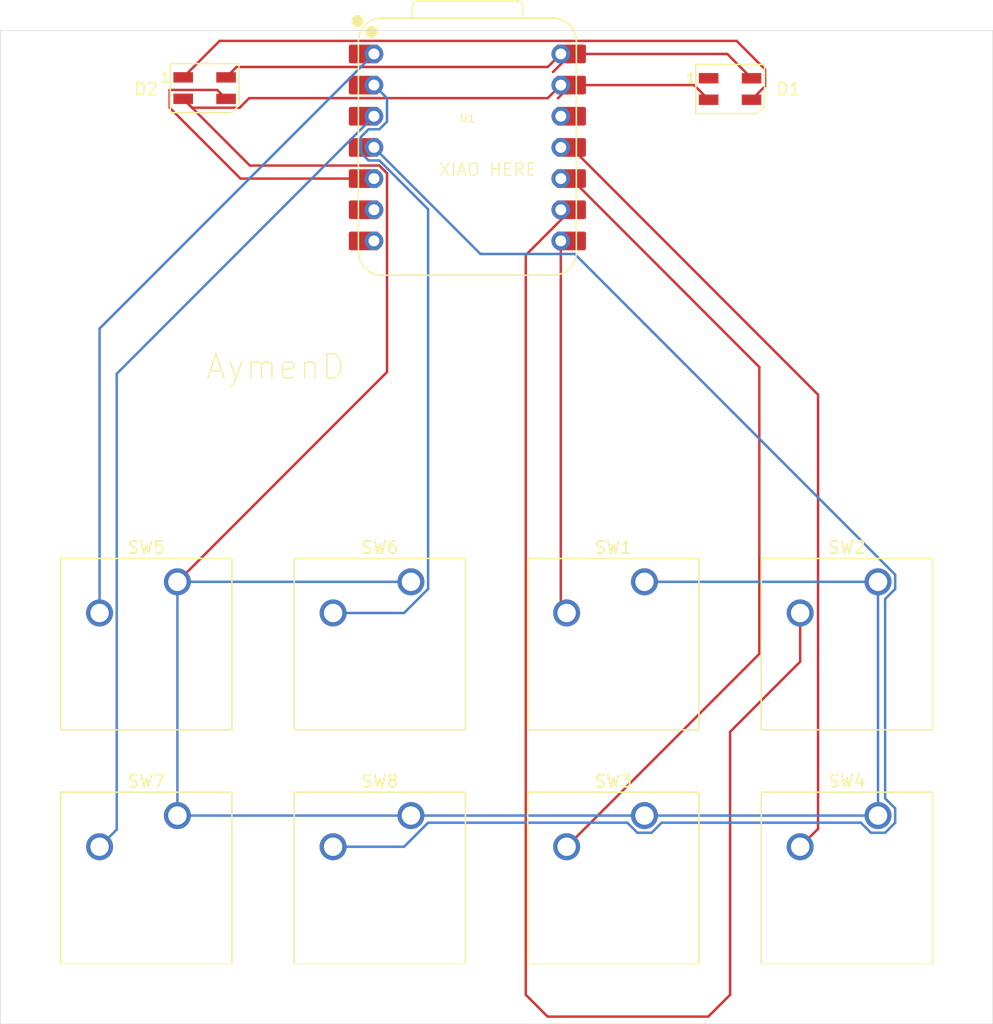
<source format=kicad_pcb>
(kicad_pcb (version 20241229) (generator "pcbnew") (generator_version "9.0")
  (layers (0 "F.Cu" signal) (2 "B.Cu" signal) (13 "F.Paste" user) (15 "B.Paste" user) (5 "F.SilkS" user "F.Silkscreen") (7 "B.SilkS" user "B.Silkscreen") (1 "F.Mask" user) (3 "B.Mask" user) (25 "Edge.Cuts" user))
  (net 0 "")
  (net 2 "+5V")
  (net 3 "GND")
  (net 4 "Net-(D1-DIN)")
  (net 5 "Net-(D2-DIN)")
  (net 6 "Net-(U1-GPIO1{slash}RX)")
  (net 7 "Net-(U1-GPIO2{slash}SCK)")
  (net 8 "Net-(U1-GPIO4{slash}MISO)")
  (net 9 "Net-(U1-GPIO3{slash}MOSI)")
  (net 10 "Net-(U1-GPIO26{slash}ADC0{slash}A0)")
  (net 11 "Net-(U1-GPIO27{slash}ADC1{slash}A1)")
  (net 13 "Net-(U1-GPIO28{slash}ADC2{slash}A2)")
  (net 15 "Net-(U1-GPIO29{slash}ADC3{slash}A3)")
  (footprint "Button_Switch_Keyboard:SW_Cherry_MX_1.00u_PCB" (layer "F.Cu") (at 73.9775 94.9325)
    (property "Reference" "SW8" (at -2.54 -2.794 0) (layer "F.SilkS"))
    (property "Value" "SW_Push")
    (fp_line (start -9.525 -1.905) (end 4.445 -1.905) (stroke (width 0.12)) (layer "F.SilkS"))
    (fp_line (start -9.525 12.065) (end -9.525 -1.905) (stroke (width 0.12)) (layer "F.SilkS"))
    (fp_line (start 4.445 -1.905) (end 4.445 12.065) (stroke (width 0.12)) (layer "F.SilkS"))
    (fp_line (start 4.445 12.065) (end -9.525 12.065) (stroke (width 0.12)) (layer "F.SilkS"))
    (pad "" np_thru_hole circle (at -7.62 5.08) (size 1.7 1.7) (drill 1.7) (layers "*.Cu" "*.Mask"))
    (pad "" np_thru_hole circle (at -2.54 5.08) (size 4 4) (drill 4) (layers "*.Cu" "*.Mask"))
    (pad "" np_thru_hole circle (at 2.54 5.08) (size 1.7 1.7) (drill 1.7) (layers "*.Cu" "*.Mask"))
    (pad "1" thru_hole circle (at 0 0) (size 2.2 2.2) (drill 1.5) (layers "*.Cu" "*.Mask") (net 3 "GND"))
    (pad "2" thru_hole circle (at -6.35 2.54) (size 2.2 2.2) (drill 1.5) (layers "*.Cu" "*.Mask") (net 15 "Net-(U1-GPIO29{slash}ADC3{slash}A3)"))
  )
  (footprint "Button_Switch_Keyboard:SW_Cherry_MX_1.00u_PCB" (layer "F.Cu") (at 54.9275 75.8825)
    (property "Reference" "SW5" (at -2.54 -2.794 0) (layer "F.SilkS"))
    (property "Value" "SW_Push")
    (fp_line (start -9.525 -1.905) (end 4.445 -1.905) (stroke (width 0.12)) (layer "F.SilkS"))
    (fp_line (start -9.525 12.065) (end -9.525 -1.905) (stroke (width 0.12)) (layer "F.SilkS"))
    (fp_line (start 4.445 -1.905) (end 4.445 12.065) (stroke (width 0.12)) (layer "F.SilkS"))
    (fp_line (start 4.445 12.065) (end -9.525 12.065) (stroke (width 0.12)) (layer "F.SilkS"))
    (pad "" np_thru_hole circle (at -7.62 5.08) (size 1.7 1.7) (drill 1.7) (layers "*.Cu" "*.Mask"))
    (pad "" np_thru_hole circle (at -2.54 5.08) (size 4 4) (drill 4) (layers "*.Cu" "*.Mask"))
    (pad "" np_thru_hole circle (at 2.54 5.08) (size 1.7 1.7) (drill 1.7) (layers "*.Cu" "*.Mask"))
    (pad "1" thru_hole circle (at 0 0) (size 2.2 2.2) (drill 1.5) (layers "*.Cu" "*.Mask") (net 3 "GND"))
    (pad "2" thru_hole circle (at -6.35 2.54) (size 2.2 2.2) (drill 1.5) (layers "*.Cu" "*.Mask") (net 10 "Net-(U1-GPIO26{slash}ADC0{slash}A0)"))
  )
  (footprint "LED_SMD:LED_SK6812MINI_PLCC4_3.5x3.5mm_P1.75mm" (layer "F.Cu") (at 57.15 35.64675)
    (property "Reference" "D2" (at -4.7625 0.072 0) (layer "F.SilkS"))
    (property "Value" "SK6812MINI")
    (fp_line (start -2.8 -2) (end -2.8 2) (stroke (width 0.12)) (layer "F.SilkS"))
    (fp_line (start -2.8 -2) (end 2.8 -2) (stroke (width 0.12)) (layer "F.SilkS"))
    (fp_line (start -2.8 2) (end 2.2 2) (stroke (width 0.12)) (layer "F.SilkS"))
    (fp_line (start 2.8 1.4) (end 2.2 2) (stroke (width 0.12)) (layer "F.SilkS"))
    (fp_line (start 2.8 1.4) (end 2.8 -2) (stroke (width 0.12)) (layer "F.SilkS"))
    (fp_text user "1" (at -3.2 -0.875 0) (layer "F.SilkS") (effects (font (size 0.8 0.8))))
    (pad "1" smd rect (at -1.75 -0.875) (size 1.6 0.85) (layers "F.Cu" "F.Mask" "F.Paste") (net 4 "Net-(D1-DIN)"))
    (pad "2" smd rect (at -1.75 0.875) (size 1.6 0.85) (layers "F.Cu" "F.Mask" "F.Paste") (net 3 "GND"))
    (pad "3" smd rect (at 1.75 0.875) (size 1.6 0.85) (layers "F.Cu" "F.Mask" "F.Paste") (net 5 "Net-(D2-DIN)"))
    (pad "4" smd rect (at 1.75 -0.875) (size 1.6 0.85) (layers "F.Cu" "F.Mask" "F.Paste") (net 2 "+5V"))
  )
  (footprint "Button_Switch_Keyboard:SW_Cherry_MX_1.00u_PCB" (layer "F.Cu") (at 73.9775 75.8825)
    (property "Reference" "SW6" (at -2.54 -2.794 0) (layer "F.SilkS"))
    (property "Value" "SW_Push")
    (fp_line (start -9.525 -1.905) (end 4.445 -1.905) (stroke (width 0.12)) (layer "F.SilkS"))
    (fp_line (start -9.525 12.065) (end -9.525 -1.905) (stroke (width 0.12)) (layer "F.SilkS"))
    (fp_line (start 4.445 -1.905) (end 4.445 12.065) (stroke (width 0.12)) (layer "F.SilkS"))
    (fp_line (start 4.445 12.065) (end -9.525 12.065) (stroke (width 0.12)) (layer "F.SilkS"))
    (pad "" np_thru_hole circle (at -7.62 5.08) (size 1.7 1.7) (drill 1.7) (layers "*.Cu" "*.Mask"))
    (pad "" np_thru_hole circle (at -2.54 5.08) (size 4 4) (drill 4) (layers "*.Cu" "*.Mask"))
    (pad "" np_thru_hole circle (at 2.54 5.08) (size 1.7 1.7) (drill 1.7) (layers "*.Cu" "*.Mask"))
    (pad "1" thru_hole circle (at 0 0) (size 2.2 2.2) (drill 1.5) (layers "*.Cu" "*.Mask") (net 3 "GND"))
    (pad "2" thru_hole circle (at -6.35 2.54) (size 2.2 2.2) (drill 1.5) (layers "*.Cu" "*.Mask") (net 11 "Net-(U1-GPIO27{slash}ADC1{slash}A1)"))
  )
  (footprint "Button_Switch_Keyboard:SW_Cherry_MX_1.00u_PCB" (layer "F.Cu") (at 112.0775 94.9325)
    (property "Reference" "SW4" (at -2.54 -2.794 0) (layer "F.SilkS"))
    (property "Value" "SW_Push")
    (fp_line (start -9.525 -1.905) (end 4.445 -1.905) (stroke (width 0.12)) (layer "F.SilkS"))
    (fp_line (start -9.525 12.065) (end -9.525 -1.905) (stroke (width 0.12)) (layer "F.SilkS"))
    (fp_line (start 4.445 -1.905) (end 4.445 12.065) (stroke (width 0.12)) (layer "F.SilkS"))
    (fp_line (start 4.445 12.065) (end -9.525 12.065) (stroke (width 0.12)) (layer "F.SilkS"))
    (pad "" np_thru_hole circle (at -7.62 5.08) (size 1.7 1.7) (drill 1.7) (layers "*.Cu" "*.Mask"))
    (pad "" np_thru_hole circle (at -2.54 5.08) (size 4 4) (drill 4) (layers "*.Cu" "*.Mask"))
    (pad "" np_thru_hole circle (at 2.54 5.08) (size 1.7 1.7) (drill 1.7) (layers "*.Cu" "*.Mask"))
    (pad "1" thru_hole circle (at 0 0) (size 2.2 2.2) (drill 1.5) (layers "*.Cu" "*.Mask") (net 3 "GND"))
    (pad "2" thru_hole circle (at -6.35 2.54) (size 2.2 2.2) (drill 1.5) (layers "*.Cu" "*.Mask") (net 9 "Net-(U1-GPIO3{slash}MOSI)"))
  )
  (footprint "Seeed Studio XIAO Series Library:XIAO-RP2040-DIP" (layer "F.Cu") (at 78.58125 40.48125)
    (property "Reference" "U1" (at 0 -2.38125 0) (layer "F.SilkS") (effects (font (size 0.635 0.635) (thickness 0.1016))))
    (property "Value" "XIAO-RP2040-DIP")
    (fp_line (start -8.89 8.509) (end -8.89 -8.636) (stroke (width 0.127)) (layer "F.SilkS"))
    (fp_line (start -6.985 10.414) (end 6.985 10.414) (stroke (width 0.127)) (layer "F.SilkS"))
    (fp_line (start -4.495 -10.541) (end -4.491272 -11.451272) (stroke (width 0.127)) (layer "F.SilkS"))
    (fp_line (start -3.991272 -11.951) (end 4.004 -11.951) (stroke (width 0.127)) (layer "F.SilkS"))
    (fp_line (start 4.504 -11.451) (end 4.504 -10.541) (stroke (width 0.127)) (layer "F.SilkS"))
    (fp_line (start 6.985 -10.541) (end -6.985 -10.541) (stroke (width 0.1)) (layer "F.SilkS"))
    (fp_line (start 6.985 -10.541) (end -6.985 -10.541) (stroke (width 0.127)) (layer "F.SilkS"))
    (fp_line (start 8.89 8.509) (end 8.89 -8.636) (stroke (width 0.127)) (layer "F.SilkS"))
    (fp_arc (start -8.89 -8.636) (mid -8.332038 -9.983038) (end -6.985 -10.541) (stroke (width 0.127)) (layer "F.SilkS"))
    (fp_arc (start -6.985 10.414) (mid -8.332038 9.856038) (end -8.89 8.509) (stroke (width 0.127)) (layer "F.SilkS"))
    (fp_arc (start -4.491272 -11.451272) (mid -4.344728 -11.80464) (end -3.991272 -11.951) (stroke (width 0.127)) (layer "F.SilkS"))
    (fp_arc (start 4.004 -11.951) (mid 4.357553 -11.804553) (end 4.504 -11.451) (stroke (width 0.127)) (layer "F.SilkS"))
    (fp_arc (start 6.985 -10.541) (mid 8.332038 -9.983038) (end 8.89 -8.636) (stroke (width 0.127)) (layer "F.SilkS"))
    (fp_arc (start 8.89 8.509) (mid 8.332038 9.856038) (end 6.985 10.414) (stroke (width 0.127)) (layer "F.SilkS"))
    (fp_circle (center -8.95 -10.3) (end -8.95 -10.554) (stroke (width 0.5)) (fill yes) (layer "F.SilkS"))
    (fp_circle (center -7.807 -9.42) (end -7.807 -9.674) (stroke (width 0.5)) (fill yes) (layer "F.SilkS"))
    (pad "1" smd roundrect (at -8.455 -7.62 180) (size 2.432 1.524) (layers "F.Cu" "F.Mask") (roundrect_rratio 0.1) (net 10 "Net-(U1-GPIO26{slash}ADC0{slash}A0)"))
    (pad "1" thru_hole circle (at -7.62 -7.62 180) (size 1.524 1.524) (drill 0.889) (layers "*.Cu" "*.Mask") (net 10 "Net-(U1-GPIO26{slash}ADC0{slash}A0)"))
    (pad "2" smd roundrect (at -8.455 -5.08 180) (size 2.432 1.524) (layers "F.Cu" "F.Mask") (roundrect_rratio 0.1) (net 11 "Net-(U1-GPIO27{slash}ADC1{slash}A1)"))
    (pad "2" thru_hole circle (at -7.62 -5.08 180) (size 1.524 1.524) (drill 0.889) (layers "*.Cu" "*.Mask") (net 11 "Net-(U1-GPIO27{slash}ADC1{slash}A1)"))
    (pad "3" smd roundrect (at -8.455 -2.54 180) (size 2.432 1.524) (layers "F.Cu" "F.Mask") (roundrect_rratio 0.1) (net 13 "Net-(U1-GPIO28{slash}ADC2{slash}A2)"))
    (pad "3" thru_hole circle (at -7.62 -2.54 180) (size 1.524 1.524) (drill 0.889) (layers "*.Cu" "*.Mask") (net 13 "Net-(U1-GPIO28{slash}ADC2{slash}A2)"))
    (pad "4" smd roundrect (at -8.455 0 180) (size 2.432 1.524) (layers "F.Cu" "F.Mask") (roundrect_rratio 0.1) (net 15 "Net-(U1-GPIO29{slash}ADC3{slash}A3)"))
    (pad "4" thru_hole circle (at -7.62 0 180) (size 1.524 1.524) (drill 0.889) (layers "*.Cu" "*.Mask") (net 15 "Net-(U1-GPIO29{slash}ADC3{slash}A3)"))
    (pad "5" smd roundrect (at -8.455 2.54 180) (size 2.432 1.524) (layers "F.Cu" "F.Mask") (roundrect_rratio 0.1) (net 5 "Net-(D2-DIN)"))
    (pad "5" thru_hole circle (at -7.62 2.54 180) (size 1.524 1.524) (drill 0.889) (layers "*.Cu" "*.Mask") (net 5 "Net-(D2-DIN)"))
    (pad "6" smd roundrect (at -8.455 5.08 180) (size 2.432 1.524) (layers "F.Cu" "F.Mask") (roundrect_rratio 0.1))
    (pad "6" thru_hole circle (at -7.62 5.08 180) (size 1.524 1.524) (drill 0.889) (layers "*.Cu" "*.Mask"))
    (pad "7" smd roundrect (at -8.455 7.62 180) (size 2.432 1.524) (layers "F.Cu" "F.Mask") (roundrect_rratio 0.1))
    (pad "7" thru_hole circle (at -7.62 7.62 180) (size 1.524 1.524) (drill 0.889) (layers "*.Cu" "*.Mask"))
    (pad "8" thru_hole circle (at 7.62 7.62) (size 1.524 1.524) (drill 0.889) (layers "*.Cu" "*.Mask") (net 6 "Net-(U1-GPIO1{slash}RX)"))
    (pad "8" smd roundrect (at 8.455 7.62) (size 2.432 1.524) (layers "F.Cu" "F.Mask") (roundrect_rratio 0.1) (net 6 "Net-(U1-GPIO1{slash}RX)"))
    (pad "9" thru_hole circle (at 7.62 5.08) (size 1.524 1.524) (drill 0.889) (layers "*.Cu" "*.Mask") (net 7 "Net-(U1-GPIO2{slash}SCK)"))
    (pad "9" smd roundrect (at 8.455 5.08) (size 2.432 1.524) (layers "F.Cu" "F.Mask") (roundrect_rratio 0.1) (net 7 "Net-(U1-GPIO2{slash}SCK)"))
    (pad "10" thru_hole circle (at 7.62 2.54) (size 1.524 1.524) (drill 0.889) (layers "*.Cu" "*.Mask") (net 8 "Net-(U1-GPIO4{slash}MISO)"))
    (pad "10" smd roundrect (at 8.455 2.54) (size 2.432 1.524) (layers "F.Cu" "F.Mask") (roundrect_rratio 0.1) (net 8 "Net-(U1-GPIO4{slash}MISO)"))
    (pad "11" thru_hole circle (at 7.62 0) (size 1.524 1.524) (drill 0.889) (layers "*.Cu" "*.Mask") (net 9 "Net-(U1-GPIO3{slash}MOSI)"))
    (pad "11" smd roundrect (at 8.455 0) (size 2.432 1.524) (layers "F.Cu" "F.Mask") (roundrect_rratio 0.1) (net 9 "Net-(U1-GPIO3{slash}MOSI)"))
    (pad "12" thru_hole circle (at 7.62 -2.54) (size 1.524 1.524) (drill 0.889) (layers "*.Cu" "*.Mask"))
    (pad "12" smd roundrect (at 8.455 -2.54) (size 2.432 1.524) (layers "F.Cu" "F.Mask") (roundrect_rratio 0.1))
    (pad "13" thru_hole circle (at 7.62 -5.08) (size 1.524 1.524) (drill 0.889) (layers "*.Cu" "*.Mask") (net 3 "GND"))
    (pad "13" smd roundrect (at 8.455 -5.08) (size 2.432 1.524) (layers "F.Cu" "F.Mask") (roundrect_rratio 0.1) (net 3 "GND"))
    (pad "14" thru_hole circle (at 7.62 -7.62) (size 1.524 1.524) (drill 0.889) (layers "*.Cu" "*.Mask") (net 2 "+5V"))
    (pad "14" smd roundrect (at 8.455 -7.62) (size 2.432 1.524) (layers "F.Cu" "F.Mask") (roundrect_rratio 0.1) (net 2 "+5V"))
  )
  (footprint "LED_SMD:LED_SK6812MINI_PLCC4_3.5x3.5mm_P1.75mm" (layer "F.Cu") (at 100.0125 35.71875)
    (property "Reference" "D1" (at 4.7625 0 0) (layer "F.SilkS"))
    (property "Value" "SK6812MINI")
    (fp_line (start -2.8 -2) (end -2.8 2) (stroke (width 0.12)) (layer "F.SilkS"))
    (fp_line (start -2.8 -2) (end 2.8 -2) (stroke (width 0.12)) (layer "F.SilkS"))
    (fp_line (start -2.8 2) (end 2.2 2) (stroke (width 0.12)) (layer "F.SilkS"))
    (fp_line (start 2.8 1.4) (end 2.2 2) (stroke (width 0.12)) (layer "F.SilkS"))
    (fp_line (start 2.8 1.4) (end 2.8 -2) (stroke (width 0.12)) (layer "F.SilkS"))
    (fp_text user "1" (at -3.2 -0.875 0) (layer "F.SilkS") (effects (font (size 0.8 0.8))))
    (pad "1" smd rect (at -1.75 -0.875) (size 1.6 0.85) (layers "F.Cu" "F.Mask" "F.Paste"))
    (pad "2" smd rect (at -1.75 0.875) (size 1.6 0.85) (layers "F.Cu" "F.Mask" "F.Paste") (net 3 "GND"))
    (pad "3" smd rect (at 1.75 0.875) (size 1.6 0.85) (layers "F.Cu" "F.Mask" "F.Paste") (net 4 "Net-(D1-DIN)"))
    (pad "4" smd rect (at 1.75 -0.875) (size 1.6 0.85) (layers "F.Cu" "F.Mask" "F.Paste") (net 2 "+5V"))
  )
  (footprint "Button_Switch_Keyboard:SW_Cherry_MX_1.00u_PCB" (layer "F.Cu") (at 93.0275 75.8825)
    (property "Reference" "SW1" (at -2.54 -2.794 0) (layer "F.SilkS"))
    (property "Value" "SW_Push")
    (fp_line (start -9.525 -1.905) (end 4.445 -1.905) (stroke (width 0.12)) (layer "F.SilkS"))
    (fp_line (start -9.525 12.065) (end -9.525 -1.905) (stroke (width 0.12)) (layer "F.SilkS"))
    (fp_line (start 4.445 -1.905) (end 4.445 12.065) (stroke (width 0.12)) (layer "F.SilkS"))
    (fp_line (start 4.445 12.065) (end -9.525 12.065) (stroke (width 0.12)) (layer "F.SilkS"))
    (pad "" np_thru_hole circle (at -7.62 5.08) (size 1.7 1.7) (drill 1.7) (layers "*.Cu" "*.Mask"))
    (pad "" np_thru_hole circle (at -2.54 5.08) (size 4 4) (drill 4) (layers "*.Cu" "*.Mask"))
    (pad "" np_thru_hole circle (at 2.54 5.08) (size 1.7 1.7) (drill 1.7) (layers "*.Cu" "*.Mask"))
    (pad "1" thru_hole circle (at 0 0) (size 2.2 2.2) (drill 1.5) (layers "*.Cu" "*.Mask") (net 3 "GND"))
    (pad "2" thru_hole circle (at -6.35 2.54) (size 2.2 2.2) (drill 1.5) (layers "*.Cu" "*.Mask") (net 6 "Net-(U1-GPIO1{slash}RX)"))
  )
  (footprint "Button_Switch_Keyboard:SW_Cherry_MX_1.00u_PCB" (layer "F.Cu") (at 112.0775 75.8825)
    (property "Reference" "SW2" (at -2.54 -2.794 0) (layer "F.SilkS"))
    (property "Value" "SW_Push")
    (fp_line (start -9.525 -1.905) (end 4.445 -1.905) (stroke (width 0.12)) (layer "F.SilkS"))
    (fp_line (start -9.525 12.065) (end -9.525 -1.905) (stroke (width 0.12)) (layer "F.SilkS"))
    (fp_line (start 4.445 -1.905) (end 4.445 12.065) (stroke (width 0.12)) (layer "F.SilkS"))
    (fp_line (start 4.445 12.065) (end -9.525 12.065) (stroke (width 0.12)) (layer "F.SilkS"))
    (pad "" np_thru_hole circle (at -7.62 5.08) (size 1.7 1.7) (drill 1.7) (layers "*.Cu" "*.Mask"))
    (pad "" np_thru_hole circle (at -2.54 5.08) (size 4 4) (drill 4) (layers "*.Cu" "*.Mask"))
    (pad "" np_thru_hole circle (at 2.54 5.08) (size 1.7 1.7) (drill 1.7) (layers "*.Cu" "*.Mask"))
    (pad "1" thru_hole circle (at 0 0) (size 2.2 2.2) (drill 1.5) (layers "*.Cu" "*.Mask") (net 3 "GND"))
    (pad "2" thru_hole circle (at -6.35 2.54) (size 2.2 2.2) (drill 1.5) (layers "*.Cu" "*.Mask") (net 7 "Net-(U1-GPIO2{slash}SCK)"))
  )
  (footprint "Button_Switch_Keyboard:SW_Cherry_MX_1.00u_PCB" (layer "F.Cu") (at 54.9275 94.9325)
    (property "Reference" "SW7" (at -2.54 -2.794 0) (layer "F.SilkS"))
    (property "Value" "SW_Push")
    (fp_line (start -9.525 -1.905) (end 4.445 -1.905) (stroke (width 0.12)) (layer "F.SilkS"))
    (fp_line (start -9.525 12.065) (end -9.525 -1.905) (stroke (width 0.12)) (layer "F.SilkS"))
    (fp_line (start 4.445 -1.905) (end 4.445 12.065) (stroke (width 0.12)) (layer "F.SilkS"))
    (fp_line (start 4.445 12.065) (end -9.525 12.065) (stroke (width 0.12)) (layer "F.SilkS"))
    (pad "" np_thru_hole circle (at -7.62 5.08) (size 1.7 1.7) (drill 1.7) (layers "*.Cu" "*.Mask"))
    (pad "" np_thru_hole circle (at -2.54 5.08) (size 4 4) (drill 4) (layers "*.Cu" "*.Mask"))
    (pad "" np_thru_hole circle (at 2.54 5.08) (size 1.7 1.7) (drill 1.7) (layers "*.Cu" "*.Mask"))
    (pad "1" thru_hole circle (at 0 0) (size 2.2 2.2) (drill 1.5) (layers "*.Cu" "*.Mask") (net 3 "GND"))
    (pad "2" thru_hole circle (at -6.35 2.54) (size 2.2 2.2) (drill 1.5) (layers "*.Cu" "*.Mask") (net 13 "Net-(U1-GPIO28{slash}ADC2{slash}A2)"))
  )
  (footprint "Button_Switch_Keyboard:SW_Cherry_MX_1.00u_PCB" (layer "F.Cu") (at 93.0275 94.9325)
    (property "Reference" "SW3" (at -2.54 -2.794 0) (layer "F.SilkS"))
    (property "Value" "SW_Push")
    (fp_line (start -9.525 -1.905) (end 4.445 -1.905) (stroke (width 0.12)) (layer "F.SilkS"))
    (fp_line (start -9.525 12.065) (end -9.525 -1.905) (stroke (width 0.12)) (layer "F.SilkS"))
    (fp_line (start 4.445 -1.905) (end 4.445 12.065) (stroke (width 0.12)) (layer "F.SilkS"))
    (fp_line (start 4.445 12.065) (end -9.525 12.065) (stroke (width 0.12)) (layer "F.SilkS"))
    (pad "" np_thru_hole circle (at -7.62 5.08) (size 1.7 1.7) (drill 1.7) (layers "*.Cu" "*.Mask"))
    (pad "" np_thru_hole circle (at -2.54 5.08) (size 4 4) (drill 4) (layers "*.Cu" "*.Mask"))
    (pad "" np_thru_hole circle (at 2.54 5.08) (size 1.7 1.7) (drill 1.7) (layers "*.Cu" "*.Mask"))
    (pad "1" thru_hole circle (at 0 0) (size 2.2 2.2) (drill 1.5) (layers "*.Cu" "*.Mask") (net 3 "GND"))
    (pad "2" thru_hole circle (at -6.35 2.54) (size 2.2 2.2) (drill 1.5) (layers "*.Cu" "*.Mask") (net 8 "Net-(U1-GPIO4{slash}MISO)"))
  )
  (gr_rect (start 40.48125 30.95625) (end 121.44375 111.91875) (stroke (width 0.05)) (fill no) (layer "Edge.Cuts"))
  (gr_text "AymenD" (at 57.15 59.53125 0) (layer "F.SilkS") (effects (font (size 2 2) (thickness 0.1)) (justify left bottom)))
  (gr_text "XIAO HERE" (at 76.2 42.8625 0) (layer "F.SilkS") (effects (font (size 1 1) (thickness 0.1)) (justify left bottom)))
  (segment (start 59.7475 33.92425) (end 85.13825 33.92425) (width 0.2) (layer "F.Cu") (net 2))
  (segment (start 99.78 32.86125) (end 101.7625 34.84375) (width 0.2) (layer "F.Cu") (net 2))
  (segment (start 85.13825 33.92425) (end 86.20125 32.86125) (width 0.2) (layer "F.Cu") (net 2))
  (segment (start 87.03625 32.86125) (end 99.78 32.86125) (width 0.2) (layer "F.Cu") (net 2))
  (segment (start 87.03625 32.86125) (end 85.55925 34.33825) (width 0.2) (layer "F.Cu") (net 2))
  (segment (start 58.9 34.77175) (end 59.7475 33.92425) (width 0.2) (layer "F.Cu") (net 2))
  (segment (start 54.9275 75.8825) (end 72.02425 58.78575) (width 0.2) (layer "F.Cu") (net 3))
  (segment (start 72.02425 42.58094) (end 71.40156 41.95825) (width 0.2) (layer "F.Cu") (net 3))
  (segment (start 60.001 37.24775) (end 60.7845 36.46425) (width 0.2) (layer "F.Cu") (net 3))
  (segment (start 60.8365 41.95825) (end 55.4 36.52175) (width 0.2) (layer "F.Cu") (net 3))
  (segment (start 87.03625 35.40125) (end 85.97325 36.46425) (width 0.2) (layer "F.Cu") (net 3))
  (segment (start 56.126 37.24775) (end 60.001 37.24775) (width 0.2) (layer "F.Cu") (net 3))
  (segment (start 72.02425 58.78575) (end 72.02425 42.58094) (width 0.2) (layer "F.Cu") (net 3))
  (segment (start 71.40156 41.95825) (end 60.8365 41.95825) (width 0.2) (layer "F.Cu") (net 3))
  (segment (start 85.13825 36.46425) (end 86.20125 35.40125) (width 0.2) (layer "F.Cu") (net 3))
  (segment (start 87.03625 35.40125) (end 97.07 35.40125) (width 0.2) (layer "F.Cu") (net 3))
  (segment (start 97.07 35.40125) (end 98.2625 36.59375) (width 0.2) (layer "F.Cu") (net 3))
  (segment (start 60.7845 36.46425) (end 85.13825 36.46425) (width 0.2) (layer "F.Cu") (net 3))
  (segment (start 55.4 36.52175) (end 56.126 37.24775) (width 0.2) (layer "F.Cu") (net 3))
  (segment (start 93.0275 94.9325) (end 112.0775 94.9325) (width 0.2) (layer "B.Cu") (net 3))
  (segment (start 54.9275 75.8825) (end 73.9775 75.8825) (width 0.2) (layer "B.Cu") (net 3))
  (segment (start 54.9275 94.9325) (end 73.9775 94.9325) (width 0.2) (layer "B.Cu") (net 3))
  (segment (start 112.0775 75.8825) (end 93.0275 75.8825) (width 0.2) (layer "B.Cu") (net 3))
  (segment (start 73.9775 94.9325) (end 93.0275 94.9325) (width 0.2) (layer "B.Cu") (net 3))
  (segment (start 112.0775 94.9325) (end 112.0775 75.8825) (width 0.2) (layer "B.Cu") (net 3))
  (segment (start 54.9275 94.9325) (end 54.9275 75.8825) (width 0.2) (layer "B.Cu") (net 3))
  (segment (start 100.544 31.79825) (end 102.8635 34.11775) (width 0.2) (layer "F.Cu") (net 4))
  (segment (start 58.3735 31.79825) (end 100.544 31.79825) (width 0.2) (layer "F.Cu") (net 4))
  (segment (start 102.8635 35.49275) (end 101.7625 36.59375) (width 0.2) (layer "F.Cu") (net 4))
  (segment (start 102.8635 34.11775) (end 102.8635 35.49275) (width 0.2) (layer "F.Cu") (net 4))
  (segment (start 55.4 34.77175) (end 58.3735 31.79825) (width 0.2) (layer "F.Cu") (net 4))
  (segment (start 58.174 35.79575) (end 54.299 35.79575) (width 0.2) (layer "F.Cu") (net 5))
  (segment (start 58.9 36.52175) (end 58.174 35.79575) (width 0.2) (layer "F.Cu") (net 5))
  (segment (start 54.299 37.24775) (end 60.0725 43.02125) (width 0.2) (layer "F.Cu") (net 5))
  (segment (start 60.0725 43.02125) (end 70.12625 43.02125) (width 0.2) (layer "F.Cu") (net 5))
  (segment (start 54.299 35.79575) (end 54.299 37.24775) (width 0.2) (layer "F.Cu") (net 5))
  (segment (start 86.20125 48.10125) (end 86.20125 77.94625) (width 0.2) (layer "F.Cu") (net 6))
  (segment (start 86.20125 77.94625) (end 86.6775 78.4225) (width 0.2) (layer "F.Cu") (net 6))
  (segment (start 100.0125 88.10625) (end 105.7275 82.39125) (width 0.2) (layer "F.Cu") (net 7))
  (segment (start 87.03625 45.56125) (end 83.34375 49.25375) (width 0.2) (layer "F.Cu") (net 7))
  (segment (start 83.34375 109.5375) (end 85.124 111.31775) (width 0.2) (layer "F.Cu") (net 7))
  (segment (start 86.20125 45.56125) (end 87.27888 45.56125) (width 0.2) (layer "F.Cu") (net 7))
  (segment (start 85.124 111.31775) (end 98.23225 111.31775) (width 0.2) (layer "F.Cu") (net 7))
  (segment (start 98.23225 111.31775) (end 100.0125 109.5375) (width 0.2) (layer "F.Cu") (net 7))
  (segment (start 105.7275 82.39125) (end 105.7275 78.4225) (width 0.2) (layer "F.Cu") (net 7))
  (segment (start 83.34375 49.25375) (end 83.34375 109.5375) (width 0.2) (layer "F.Cu") (net 7))
  (segment (start 100.0125 109.5375) (end 100.0125 88.10625) (width 0.2) (layer "F.Cu") (net 7))
  (segment (start 87.03625 43.02125) (end 102.39375 58.37875) (width 0.2) (layer "F.Cu") (net 8))
  (segment (start 102.39375 58.37875) (end 102.39375 81.75625) (width 0.2) (layer "F.Cu") (net 8))
  (segment (start 102.39375 81.75625) (end 86.6775 97.4725) (width 0.2) (layer "F.Cu") (net 8))
  (segment (start 87.03625 40.48125) (end 107.1865 60.6315) (width 0.2) (layer "F.Cu") (net 9))
  (segment (start 107.1865 60.6315) (end 107.1865 96.0135) (width 0.2) (layer "F.Cu") (net 9))
  (segment (start 107.1865 96.0135) (end 105.7275 97.4725) (width 0.2) (layer "F.Cu") (net 9))
  (segment (start 70.96125 32.86125) (end 48.5775 55.245) (width 0.2) (layer "B.Cu") (net 10))
  (segment (start 48.5775 55.245) (end 48.5775 78.4225) (width 0.2) (layer "B.Cu") (net 10))
  (segment (start 75.3785 45.52119) (end 71.40156 41.54425) (width 0.2) (layer "B.Cu") (net 11))
  (segment (start 72.02425 38.38156) (end 72.02425 36.46425) (width 0.2) (layer "B.Cu") (net 11))
  (segment (start 75.3785 76.462814) (end 75.3785 45.52119) (width 0.2) (layer "B.Cu") (net 11))
  (segment (start 70.52094 41.54425) (end 69.89825 40.92156) (width 0.2) (layer "B.Cu") (net 11))
  (segment (start 71.40156 41.54425) (end 70.52094 41.54425) (width 0.2) (layer "B.Cu") (net 11))
  (segment (start 72.02425 36.46425) (end 70.96125 35.40125) (width 0.2) (layer "B.Cu") (net 11))
  (segment (start 67.6275 78.4225) (end 73.418814 78.4225) (width 0.2) (layer "B.Cu") (net 11))
  (segment (start 69.89825 40.92156) (end 69.89825 39.62694) (width 0.2) (layer "B.Cu") (net 11))
  (segment (start 69.89825 39.62694) (end 70.52094 39.00425) (width 0.2) (layer "B.Cu") (net 11))
  (segment (start 73.418814 78.4225) (end 75.3785 76.462814) (width 0.2) (layer "B.Cu") (net 11))
  (segment (start 70.52094 39.00425) (end 71.40156 39.00425) (width 0.2) (layer "B.Cu") (net 11))
  (segment (start 71.40156 39.00425) (end 72.02425 38.38156) (width 0.2) (layer "B.Cu") (net 11))
  (segment (start 48.5775 97.4725) (end 49.9785 96.0715) (width 0.2) (layer "B.Cu") (net 13))
  (segment (start 49.9785 58.924) (end 70.96125 37.94125) (width 0.2) (layer "B.Cu") (net 13))
  (segment (start 49.9785 96.0715) (end 49.9785 58.924) (width 0.2) (layer "B.Cu") (net 13))
  (segment (start 112.657814 96.3335) (end 113.4785 95.512814) (width 0.2) (layer "B.Cu") (net 15))
  (segment (start 112.657814 93.5315) (end 112.657814 77.2835) (width 0.2) (layer "B.Cu") (net 15))
  (segment (start 112.657814 77.2835) (end 113.4785 76.462814) (width 0.2) (layer "B.Cu") (net 15))
  (segment (start 87.340564 49.16425) (end 79.64425 49.16425) (width 0.2) (layer "B.Cu") (net 15))
  (segment (start 75.3785 95.512814) (end 91.6265 95.512814) (width 0.2) (layer "B.Cu") (net 15))
  (segment (start 79.64425 49.16425) (end 70.96125 40.48125) (width 0.2) (layer "B.Cu") (net 15))
  (segment (start 67.6275 97.4725) (end 73.418814 97.4725) (width 0.2) (layer "B.Cu") (net 15))
  (segment (start 94.4285 95.512814) (end 110.6765 95.512814) (width 0.2) (layer "B.Cu") (net 15))
  (segment (start 110.6765 95.512814) (end 111.497186 96.3335) (width 0.2) (layer "B.Cu") (net 15))
  (segment (start 113.4785 95.512814) (end 113.4785 94.352186) (width 0.2) (layer "B.Cu") (net 15))
  (segment (start 113.4785 94.352186) (end 112.657814 93.5315) (width 0.2) (layer "B.Cu") (net 15))
  (segment (start 111.497186 96.3335) (end 112.657814 96.3335) (width 0.2) (layer "B.Cu") (net 15))
  (segment (start 92.447186 96.3335) (end 93.607814 96.3335) (width 0.2) (layer "B.Cu") (net 15))
  (segment (start 113.4785 76.462814) (end 113.4785 75.302186) (width 0.2) (layer "B.Cu") (net 15))
  (segment (start 73.418814 97.4725) (end 75.3785 95.512814) (width 0.2) (layer "B.Cu") (net 15))
  (segment (start 113.4785 75.302186) (end 87.340564 49.16425) (width 0.2) (layer "B.Cu") (net 15))
  (segment (start 91.6265 95.512814) (end 92.447186 96.3335) (width 0.2) (layer "B.Cu") (net 15))
  (segment (start 93.607814 96.3335) (end 94.4285 95.512814) (width 0.2) (layer "B.Cu") (net 15))
)
</source>
